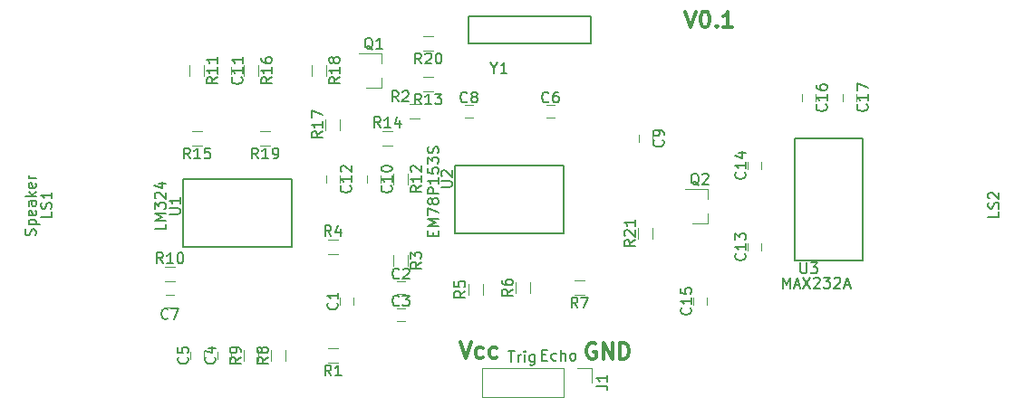
<source format=gbr>
G04 #@! TF.FileFunction,Legend,Top*
%FSLAX46Y46*%
G04 Gerber Fmt 4.6, Leading zero omitted, Abs format (unit mm)*
G04 Created by KiCad (PCBNEW 4.0.7) date Tuesday, October 17, 2017 'PMt' 03:20:21 PM*
%MOMM*%
%LPD*%
G01*
G04 APERTURE LIST*
%ADD10C,0.100000*%
%ADD11C,0.300000*%
%ADD12C,0.200000*%
%ADD13C,0.120000*%
%ADD14C,0.150000*%
G04 APERTURE END LIST*
D10*
D11*
X168795986Y-85906871D02*
X169295986Y-87406871D01*
X169795986Y-85906871D01*
X170581700Y-85906871D02*
X170724557Y-85906871D01*
X170867414Y-85978300D01*
X170938843Y-86049729D01*
X171010272Y-86192586D01*
X171081700Y-86478300D01*
X171081700Y-86835443D01*
X171010272Y-87121157D01*
X170938843Y-87264014D01*
X170867414Y-87335443D01*
X170724557Y-87406871D01*
X170581700Y-87406871D01*
X170438843Y-87335443D01*
X170367414Y-87264014D01*
X170295986Y-87121157D01*
X170224557Y-86835443D01*
X170224557Y-86478300D01*
X170295986Y-86192586D01*
X170367414Y-86049729D01*
X170438843Y-85978300D01*
X170581700Y-85906871D01*
X171724557Y-87264014D02*
X171795985Y-87335443D01*
X171724557Y-87406871D01*
X171653128Y-87335443D01*
X171724557Y-87264014D01*
X171724557Y-87406871D01*
X173224557Y-87406871D02*
X172367414Y-87406871D01*
X172795986Y-87406871D02*
X172795986Y-85906871D01*
X172653129Y-86121157D01*
X172510271Y-86264014D01*
X172367414Y-86335443D01*
X147782186Y-116844071D02*
X148282186Y-118344071D01*
X148782186Y-116844071D01*
X149925043Y-118272643D02*
X149782186Y-118344071D01*
X149496472Y-118344071D01*
X149353614Y-118272643D01*
X149282186Y-118201214D01*
X149210757Y-118058357D01*
X149210757Y-117629786D01*
X149282186Y-117486929D01*
X149353614Y-117415500D01*
X149496472Y-117344071D01*
X149782186Y-117344071D01*
X149925043Y-117415500D01*
X151210757Y-118272643D02*
X151067900Y-118344071D01*
X150782186Y-118344071D01*
X150639328Y-118272643D01*
X150567900Y-118201214D01*
X150496471Y-118058357D01*
X150496471Y-117629786D01*
X150567900Y-117486929D01*
X150639328Y-117415500D01*
X150782186Y-117344071D01*
X151067900Y-117344071D01*
X151210757Y-117415500D01*
D12*
X152282686Y-117702081D02*
X152854115Y-117702081D01*
X152568400Y-118702081D02*
X152568400Y-117702081D01*
X153187448Y-118702081D02*
X153187448Y-118035414D01*
X153187448Y-118225890D02*
X153235067Y-118130652D01*
X153282686Y-118083033D01*
X153377924Y-118035414D01*
X153473163Y-118035414D01*
X153806496Y-118702081D02*
X153806496Y-118035414D01*
X153806496Y-117702081D02*
X153758877Y-117749700D01*
X153806496Y-117797319D01*
X153854115Y-117749700D01*
X153806496Y-117702081D01*
X153806496Y-117797319D01*
X154711258Y-118035414D02*
X154711258Y-118844938D01*
X154663639Y-118940176D01*
X154616020Y-118987795D01*
X154520781Y-119035414D01*
X154377924Y-119035414D01*
X154282686Y-118987795D01*
X154711258Y-118654462D02*
X154616020Y-118702081D01*
X154425543Y-118702081D01*
X154330305Y-118654462D01*
X154282686Y-118606843D01*
X154235067Y-118511605D01*
X154235067Y-118225890D01*
X154282686Y-118130652D01*
X154330305Y-118083033D01*
X154425543Y-118035414D01*
X154616020Y-118035414D01*
X154711258Y-118083033D01*
X155437081Y-118063971D02*
X155770415Y-118063971D01*
X155913272Y-118587781D02*
X155437081Y-118587781D01*
X155437081Y-117587781D01*
X155913272Y-117587781D01*
X156770415Y-118540162D02*
X156675177Y-118587781D01*
X156484700Y-118587781D01*
X156389462Y-118540162D01*
X156341843Y-118492543D01*
X156294224Y-118397305D01*
X156294224Y-118111590D01*
X156341843Y-118016352D01*
X156389462Y-117968733D01*
X156484700Y-117921114D01*
X156675177Y-117921114D01*
X156770415Y-117968733D01*
X157198986Y-118587781D02*
X157198986Y-117587781D01*
X157627558Y-118587781D02*
X157627558Y-118063971D01*
X157579939Y-117968733D01*
X157484701Y-117921114D01*
X157341843Y-117921114D01*
X157246605Y-117968733D01*
X157198986Y-118016352D01*
X158246605Y-118587781D02*
X158151367Y-118540162D01*
X158103748Y-118492543D01*
X158056129Y-118397305D01*
X158056129Y-118111590D01*
X158103748Y-118016352D01*
X158151367Y-117968733D01*
X158246605Y-117921114D01*
X158389463Y-117921114D01*
X158484701Y-117968733D01*
X158532320Y-118016352D01*
X158579939Y-118111590D01*
X158579939Y-118397305D01*
X158532320Y-118492543D01*
X158484701Y-118540162D01*
X158389463Y-118587781D01*
X158246605Y-118587781D01*
D11*
X160426543Y-117029800D02*
X160283686Y-116958371D01*
X160069400Y-116958371D01*
X159855115Y-117029800D01*
X159712257Y-117172657D01*
X159640829Y-117315514D01*
X159569400Y-117601229D01*
X159569400Y-117815514D01*
X159640829Y-118101229D01*
X159712257Y-118244086D01*
X159855115Y-118386943D01*
X160069400Y-118458371D01*
X160212257Y-118458371D01*
X160426543Y-118386943D01*
X160497972Y-118315514D01*
X160497972Y-117815514D01*
X160212257Y-117815514D01*
X161140829Y-118458371D02*
X161140829Y-116958371D01*
X161997972Y-118458371D01*
X161997972Y-116958371D01*
X162712258Y-118458371D02*
X162712258Y-116958371D01*
X163069401Y-116958371D01*
X163283686Y-117029800D01*
X163426544Y-117172657D01*
X163497972Y-117315514D01*
X163569401Y-117601229D01*
X163569401Y-117815514D01*
X163497972Y-118101229D01*
X163426544Y-118244086D01*
X163283686Y-118386943D01*
X163069401Y-118458371D01*
X162712258Y-118458371D01*
D13*
X157480000Y-119320000D02*
X149800000Y-119320000D01*
X149800000Y-119320000D02*
X149800000Y-121980000D01*
X149800000Y-121980000D02*
X157480000Y-121980000D01*
X157480000Y-121980000D02*
X157480000Y-119320000D01*
X158750000Y-119320000D02*
X160080000Y-119320000D01*
X160080000Y-119320000D02*
X160080000Y-120650000D01*
X136560000Y-113380000D02*
X136560000Y-112680000D01*
X137760000Y-112680000D02*
X137760000Y-113380000D01*
X141890000Y-111160000D02*
X142590000Y-111160000D01*
X142590000Y-112360000D02*
X141890000Y-112360000D01*
X141890000Y-113700000D02*
X142590000Y-113700000D01*
X142590000Y-114900000D02*
X141890000Y-114900000D01*
X125130000Y-118460000D02*
X125130000Y-117760000D01*
X126330000Y-117760000D02*
X126330000Y-118460000D01*
X122590000Y-118460000D02*
X122590000Y-117760000D01*
X123790000Y-117760000D02*
X123790000Y-118460000D01*
X155860000Y-94650000D02*
X156560000Y-94650000D01*
X156560000Y-95850000D02*
X155860000Y-95850000D01*
X121000000Y-113630000D02*
X120300000Y-113630000D01*
X120300000Y-112430000D02*
X121000000Y-112430000D01*
X148240000Y-94650000D02*
X148940000Y-94650000D01*
X148940000Y-95850000D02*
X148240000Y-95850000D01*
X165700000Y-97440000D02*
X165700000Y-98140000D01*
X164500000Y-98140000D02*
X164500000Y-97440000D01*
X140300000Y-101250000D02*
X140300000Y-101950000D01*
X139100000Y-101950000D02*
X139100000Y-101250000D01*
X126330000Y-91090000D02*
X126330000Y-91790000D01*
X125130000Y-91790000D02*
X125130000Y-91090000D01*
X136490000Y-101250000D02*
X136490000Y-101950000D01*
X135290000Y-101950000D02*
X135290000Y-101250000D01*
X174660000Y-108300000D02*
X174660000Y-107600000D01*
X175860000Y-107600000D02*
X175860000Y-108300000D01*
X174660000Y-100680000D02*
X174660000Y-99980000D01*
X175860000Y-99980000D02*
X175860000Y-100680000D01*
X169580000Y-113380000D02*
X169580000Y-112680000D01*
X170780000Y-112680000D02*
X170780000Y-113380000D01*
X180940000Y-93630000D02*
X180940000Y-94330000D01*
X179740000Y-94330000D02*
X179740000Y-93630000D01*
X184750000Y-93630000D02*
X184750000Y-94330000D01*
X183550000Y-94330000D02*
X183550000Y-93630000D01*
X140460000Y-93020000D02*
X140460000Y-92090000D01*
X140460000Y-89860000D02*
X140460000Y-90790000D01*
X140460000Y-89860000D02*
X138300000Y-89860000D01*
X140460000Y-93020000D02*
X139000000Y-93020000D01*
X170940000Y-105720000D02*
X170940000Y-104790000D01*
X170940000Y-102560000D02*
X170940000Y-103490000D01*
X170940000Y-102560000D02*
X168780000Y-102560000D01*
X170940000Y-105720000D02*
X169480000Y-105720000D01*
X135390000Y-117430000D02*
X136390000Y-117430000D01*
X136390000Y-118790000D02*
X135390000Y-118790000D01*
X144010000Y-95930000D02*
X143010000Y-95930000D01*
X143010000Y-94570000D02*
X144010000Y-94570000D01*
X141560000Y-109720000D02*
X141560000Y-108720000D01*
X142920000Y-108720000D02*
X142920000Y-109720000D01*
X136390000Y-108630000D02*
X135390000Y-108630000D01*
X135390000Y-107270000D02*
X136390000Y-107270000D01*
X149905000Y-111430000D02*
X149905000Y-112430000D01*
X148545000Y-112430000D02*
X148545000Y-111430000D01*
X154350000Y-111260000D02*
X154350000Y-112260000D01*
X152990000Y-112260000D02*
X152990000Y-111260000D01*
X158420000Y-111080000D02*
X159420000Y-111080000D01*
X159420000Y-112440000D02*
X158420000Y-112440000D01*
X131490000Y-117610000D02*
X131490000Y-118610000D01*
X130130000Y-118610000D02*
X130130000Y-117610000D01*
X128950000Y-117610000D02*
X128950000Y-118610000D01*
X127590000Y-118610000D02*
X127590000Y-117610000D01*
X121150000Y-111170000D02*
X120150000Y-111170000D01*
X120150000Y-109810000D02*
X121150000Y-109810000D01*
X122510000Y-91940000D02*
X122510000Y-90940000D01*
X123870000Y-90940000D02*
X123870000Y-91940000D01*
X141560000Y-102100000D02*
X141560000Y-101100000D01*
X142920000Y-101100000D02*
X142920000Y-102100000D01*
X144280000Y-92030000D02*
X145280000Y-92030000D01*
X145280000Y-93390000D02*
X144280000Y-93390000D01*
X141470000Y-98470000D02*
X140470000Y-98470000D01*
X140470000Y-97110000D02*
X141470000Y-97110000D01*
X122690000Y-97110000D02*
X123690000Y-97110000D01*
X123690000Y-98470000D02*
X122690000Y-98470000D01*
X127590000Y-91940000D02*
X127590000Y-90940000D01*
X128950000Y-90940000D02*
X128950000Y-91940000D01*
X136570000Y-96020000D02*
X136570000Y-97020000D01*
X135210000Y-97020000D02*
X135210000Y-96020000D01*
X133940000Y-91940000D02*
X133940000Y-90940000D01*
X135300000Y-90940000D02*
X135300000Y-91940000D01*
X129040000Y-97110000D02*
X130040000Y-97110000D01*
X130040000Y-98470000D02*
X129040000Y-98470000D01*
X144280000Y-88220000D02*
X145280000Y-88220000D01*
X145280000Y-89580000D02*
X144280000Y-89580000D01*
X165780000Y-106180000D02*
X165780000Y-107180000D01*
X164420000Y-107180000D02*
X164420000Y-106180000D01*
D14*
X121920000Y-107950000D02*
X121920000Y-101600000D01*
X121920000Y-101600000D02*
X121920000Y-107950000D01*
X132080000Y-107950000D02*
X121920000Y-107950000D01*
X132080000Y-107950000D02*
X121920000Y-107950000D01*
X132080000Y-101600000D02*
X132080000Y-107950000D01*
X121920000Y-101600000D02*
X132080000Y-101600000D01*
X132080000Y-101600000D02*
X121920000Y-101600000D01*
X147320000Y-106680000D02*
X157480000Y-106680000D01*
X157480000Y-106680000D02*
X157480000Y-100330000D01*
X157480000Y-100330000D02*
X147320000Y-100330000D01*
X147320000Y-100330000D02*
X147320000Y-106680000D01*
X185420000Y-109220000D02*
X185420000Y-97790000D01*
X179070000Y-97790000D02*
X185420000Y-97790000D01*
X179070000Y-109220000D02*
X179070000Y-97790000D01*
X179070000Y-97790000D02*
X179070000Y-109220000D01*
X179070000Y-109220000D02*
X179070000Y-97790000D01*
X185420000Y-109220000D02*
X179070000Y-109220000D01*
X160020000Y-86360000D02*
X160020000Y-88900000D01*
X148590000Y-88900000D02*
X148590000Y-86360000D01*
X148590000Y-86360000D02*
X148590000Y-88900000D01*
X160020000Y-88900000D02*
X148590000Y-88900000D01*
X158750000Y-86360000D02*
X148590000Y-86360000D01*
X148590000Y-86360000D02*
X160020000Y-86360000D01*
X160020000Y-86360000D02*
X148590000Y-86360000D01*
X160532381Y-120983333D02*
X161246667Y-120983333D01*
X161389524Y-121030953D01*
X161484762Y-121126191D01*
X161532381Y-121269048D01*
X161532381Y-121364286D01*
X161532381Y-119983333D02*
X161532381Y-120554762D01*
X161532381Y-120269048D02*
X160532381Y-120269048D01*
X160675238Y-120364286D01*
X160770476Y-120459524D01*
X160818095Y-120554762D01*
X136267143Y-113196666D02*
X136314762Y-113244285D01*
X136362381Y-113387142D01*
X136362381Y-113482380D01*
X136314762Y-113625238D01*
X136219524Y-113720476D01*
X136124286Y-113768095D01*
X135933810Y-113815714D01*
X135790952Y-113815714D01*
X135600476Y-113768095D01*
X135505238Y-113720476D01*
X135410000Y-113625238D01*
X135362381Y-113482380D01*
X135362381Y-113387142D01*
X135410000Y-113244285D01*
X135457619Y-113196666D01*
X136362381Y-112244285D02*
X136362381Y-112815714D01*
X136362381Y-112530000D02*
X135362381Y-112530000D01*
X135505238Y-112625238D01*
X135600476Y-112720476D01*
X135648095Y-112815714D01*
X142073334Y-110867143D02*
X142025715Y-110914762D01*
X141882858Y-110962381D01*
X141787620Y-110962381D01*
X141644762Y-110914762D01*
X141549524Y-110819524D01*
X141501905Y-110724286D01*
X141454286Y-110533810D01*
X141454286Y-110390952D01*
X141501905Y-110200476D01*
X141549524Y-110105238D01*
X141644762Y-110010000D01*
X141787620Y-109962381D01*
X141882858Y-109962381D01*
X142025715Y-110010000D01*
X142073334Y-110057619D01*
X142454286Y-110057619D02*
X142501905Y-110010000D01*
X142597143Y-109962381D01*
X142835239Y-109962381D01*
X142930477Y-110010000D01*
X142978096Y-110057619D01*
X143025715Y-110152857D01*
X143025715Y-110248095D01*
X142978096Y-110390952D01*
X142406667Y-110962381D01*
X143025715Y-110962381D01*
X142073334Y-113407143D02*
X142025715Y-113454762D01*
X141882858Y-113502381D01*
X141787620Y-113502381D01*
X141644762Y-113454762D01*
X141549524Y-113359524D01*
X141501905Y-113264286D01*
X141454286Y-113073810D01*
X141454286Y-112930952D01*
X141501905Y-112740476D01*
X141549524Y-112645238D01*
X141644762Y-112550000D01*
X141787620Y-112502381D01*
X141882858Y-112502381D01*
X142025715Y-112550000D01*
X142073334Y-112597619D01*
X142406667Y-112502381D02*
X143025715Y-112502381D01*
X142692381Y-112883333D01*
X142835239Y-112883333D01*
X142930477Y-112930952D01*
X142978096Y-112978571D01*
X143025715Y-113073810D01*
X143025715Y-113311905D01*
X142978096Y-113407143D01*
X142930477Y-113454762D01*
X142835239Y-113502381D01*
X142549524Y-113502381D01*
X142454286Y-113454762D01*
X142406667Y-113407143D01*
X124837143Y-118276666D02*
X124884762Y-118324285D01*
X124932381Y-118467142D01*
X124932381Y-118562380D01*
X124884762Y-118705238D01*
X124789524Y-118800476D01*
X124694286Y-118848095D01*
X124503810Y-118895714D01*
X124360952Y-118895714D01*
X124170476Y-118848095D01*
X124075238Y-118800476D01*
X123980000Y-118705238D01*
X123932381Y-118562380D01*
X123932381Y-118467142D01*
X123980000Y-118324285D01*
X124027619Y-118276666D01*
X124265714Y-117419523D02*
X124932381Y-117419523D01*
X123884762Y-117657619D02*
X124599048Y-117895714D01*
X124599048Y-117276666D01*
X122297143Y-118276666D02*
X122344762Y-118324285D01*
X122392381Y-118467142D01*
X122392381Y-118562380D01*
X122344762Y-118705238D01*
X122249524Y-118800476D01*
X122154286Y-118848095D01*
X121963810Y-118895714D01*
X121820952Y-118895714D01*
X121630476Y-118848095D01*
X121535238Y-118800476D01*
X121440000Y-118705238D01*
X121392381Y-118562380D01*
X121392381Y-118467142D01*
X121440000Y-118324285D01*
X121487619Y-118276666D01*
X121392381Y-117371904D02*
X121392381Y-117848095D01*
X121868571Y-117895714D01*
X121820952Y-117848095D01*
X121773333Y-117752857D01*
X121773333Y-117514761D01*
X121820952Y-117419523D01*
X121868571Y-117371904D01*
X121963810Y-117324285D01*
X122201905Y-117324285D01*
X122297143Y-117371904D01*
X122344762Y-117419523D01*
X122392381Y-117514761D01*
X122392381Y-117752857D01*
X122344762Y-117848095D01*
X122297143Y-117895714D01*
X156043334Y-94357143D02*
X155995715Y-94404762D01*
X155852858Y-94452381D01*
X155757620Y-94452381D01*
X155614762Y-94404762D01*
X155519524Y-94309524D01*
X155471905Y-94214286D01*
X155424286Y-94023810D01*
X155424286Y-93880952D01*
X155471905Y-93690476D01*
X155519524Y-93595238D01*
X155614762Y-93500000D01*
X155757620Y-93452381D01*
X155852858Y-93452381D01*
X155995715Y-93500000D01*
X156043334Y-93547619D01*
X156900477Y-93452381D02*
X156710000Y-93452381D01*
X156614762Y-93500000D01*
X156567143Y-93547619D01*
X156471905Y-93690476D01*
X156424286Y-93880952D01*
X156424286Y-94261905D01*
X156471905Y-94357143D01*
X156519524Y-94404762D01*
X156614762Y-94452381D01*
X156805239Y-94452381D01*
X156900477Y-94404762D01*
X156948096Y-94357143D01*
X156995715Y-94261905D01*
X156995715Y-94023810D01*
X156948096Y-93928571D01*
X156900477Y-93880952D01*
X156805239Y-93833333D01*
X156614762Y-93833333D01*
X156519524Y-93880952D01*
X156471905Y-93928571D01*
X156424286Y-94023810D01*
X120483334Y-114637143D02*
X120435715Y-114684762D01*
X120292858Y-114732381D01*
X120197620Y-114732381D01*
X120054762Y-114684762D01*
X119959524Y-114589524D01*
X119911905Y-114494286D01*
X119864286Y-114303810D01*
X119864286Y-114160952D01*
X119911905Y-113970476D01*
X119959524Y-113875238D01*
X120054762Y-113780000D01*
X120197620Y-113732381D01*
X120292858Y-113732381D01*
X120435715Y-113780000D01*
X120483334Y-113827619D01*
X120816667Y-113732381D02*
X121483334Y-113732381D01*
X121054762Y-114732381D01*
X148423334Y-94357143D02*
X148375715Y-94404762D01*
X148232858Y-94452381D01*
X148137620Y-94452381D01*
X147994762Y-94404762D01*
X147899524Y-94309524D01*
X147851905Y-94214286D01*
X147804286Y-94023810D01*
X147804286Y-93880952D01*
X147851905Y-93690476D01*
X147899524Y-93595238D01*
X147994762Y-93500000D01*
X148137620Y-93452381D01*
X148232858Y-93452381D01*
X148375715Y-93500000D01*
X148423334Y-93547619D01*
X148994762Y-93880952D02*
X148899524Y-93833333D01*
X148851905Y-93785714D01*
X148804286Y-93690476D01*
X148804286Y-93642857D01*
X148851905Y-93547619D01*
X148899524Y-93500000D01*
X148994762Y-93452381D01*
X149185239Y-93452381D01*
X149280477Y-93500000D01*
X149328096Y-93547619D01*
X149375715Y-93642857D01*
X149375715Y-93690476D01*
X149328096Y-93785714D01*
X149280477Y-93833333D01*
X149185239Y-93880952D01*
X148994762Y-93880952D01*
X148899524Y-93928571D01*
X148851905Y-93976190D01*
X148804286Y-94071429D01*
X148804286Y-94261905D01*
X148851905Y-94357143D01*
X148899524Y-94404762D01*
X148994762Y-94452381D01*
X149185239Y-94452381D01*
X149280477Y-94404762D01*
X149328096Y-94357143D01*
X149375715Y-94261905D01*
X149375715Y-94071429D01*
X149328096Y-93976190D01*
X149280477Y-93928571D01*
X149185239Y-93880952D01*
X166707143Y-97956666D02*
X166754762Y-98004285D01*
X166802381Y-98147142D01*
X166802381Y-98242380D01*
X166754762Y-98385238D01*
X166659524Y-98480476D01*
X166564286Y-98528095D01*
X166373810Y-98575714D01*
X166230952Y-98575714D01*
X166040476Y-98528095D01*
X165945238Y-98480476D01*
X165850000Y-98385238D01*
X165802381Y-98242380D01*
X165802381Y-98147142D01*
X165850000Y-98004285D01*
X165897619Y-97956666D01*
X166802381Y-97480476D02*
X166802381Y-97290000D01*
X166754762Y-97194761D01*
X166707143Y-97147142D01*
X166564286Y-97051904D01*
X166373810Y-97004285D01*
X165992857Y-97004285D01*
X165897619Y-97051904D01*
X165850000Y-97099523D01*
X165802381Y-97194761D01*
X165802381Y-97385238D01*
X165850000Y-97480476D01*
X165897619Y-97528095D01*
X165992857Y-97575714D01*
X166230952Y-97575714D01*
X166326190Y-97528095D01*
X166373810Y-97480476D01*
X166421429Y-97385238D01*
X166421429Y-97194761D01*
X166373810Y-97099523D01*
X166326190Y-97051904D01*
X166230952Y-97004285D01*
X141307143Y-102242857D02*
X141354762Y-102290476D01*
X141402381Y-102433333D01*
X141402381Y-102528571D01*
X141354762Y-102671429D01*
X141259524Y-102766667D01*
X141164286Y-102814286D01*
X140973810Y-102861905D01*
X140830952Y-102861905D01*
X140640476Y-102814286D01*
X140545238Y-102766667D01*
X140450000Y-102671429D01*
X140402381Y-102528571D01*
X140402381Y-102433333D01*
X140450000Y-102290476D01*
X140497619Y-102242857D01*
X141402381Y-101290476D02*
X141402381Y-101861905D01*
X141402381Y-101576191D02*
X140402381Y-101576191D01*
X140545238Y-101671429D01*
X140640476Y-101766667D01*
X140688095Y-101861905D01*
X140402381Y-100671429D02*
X140402381Y-100576190D01*
X140450000Y-100480952D01*
X140497619Y-100433333D01*
X140592857Y-100385714D01*
X140783333Y-100338095D01*
X141021429Y-100338095D01*
X141211905Y-100385714D01*
X141307143Y-100433333D01*
X141354762Y-100480952D01*
X141402381Y-100576190D01*
X141402381Y-100671429D01*
X141354762Y-100766667D01*
X141307143Y-100814286D01*
X141211905Y-100861905D01*
X141021429Y-100909524D01*
X140783333Y-100909524D01*
X140592857Y-100861905D01*
X140497619Y-100814286D01*
X140450000Y-100766667D01*
X140402381Y-100671429D01*
X127337143Y-92082857D02*
X127384762Y-92130476D01*
X127432381Y-92273333D01*
X127432381Y-92368571D01*
X127384762Y-92511429D01*
X127289524Y-92606667D01*
X127194286Y-92654286D01*
X127003810Y-92701905D01*
X126860952Y-92701905D01*
X126670476Y-92654286D01*
X126575238Y-92606667D01*
X126480000Y-92511429D01*
X126432381Y-92368571D01*
X126432381Y-92273333D01*
X126480000Y-92130476D01*
X126527619Y-92082857D01*
X127432381Y-91130476D02*
X127432381Y-91701905D01*
X127432381Y-91416191D02*
X126432381Y-91416191D01*
X126575238Y-91511429D01*
X126670476Y-91606667D01*
X126718095Y-91701905D01*
X127432381Y-90178095D02*
X127432381Y-90749524D01*
X127432381Y-90463810D02*
X126432381Y-90463810D01*
X126575238Y-90559048D01*
X126670476Y-90654286D01*
X126718095Y-90749524D01*
X137497143Y-102242857D02*
X137544762Y-102290476D01*
X137592381Y-102433333D01*
X137592381Y-102528571D01*
X137544762Y-102671429D01*
X137449524Y-102766667D01*
X137354286Y-102814286D01*
X137163810Y-102861905D01*
X137020952Y-102861905D01*
X136830476Y-102814286D01*
X136735238Y-102766667D01*
X136640000Y-102671429D01*
X136592381Y-102528571D01*
X136592381Y-102433333D01*
X136640000Y-102290476D01*
X136687619Y-102242857D01*
X137592381Y-101290476D02*
X137592381Y-101861905D01*
X137592381Y-101576191D02*
X136592381Y-101576191D01*
X136735238Y-101671429D01*
X136830476Y-101766667D01*
X136878095Y-101861905D01*
X136687619Y-100909524D02*
X136640000Y-100861905D01*
X136592381Y-100766667D01*
X136592381Y-100528571D01*
X136640000Y-100433333D01*
X136687619Y-100385714D01*
X136782857Y-100338095D01*
X136878095Y-100338095D01*
X137020952Y-100385714D01*
X137592381Y-100957143D01*
X137592381Y-100338095D01*
X174367143Y-108592857D02*
X174414762Y-108640476D01*
X174462381Y-108783333D01*
X174462381Y-108878571D01*
X174414762Y-109021429D01*
X174319524Y-109116667D01*
X174224286Y-109164286D01*
X174033810Y-109211905D01*
X173890952Y-109211905D01*
X173700476Y-109164286D01*
X173605238Y-109116667D01*
X173510000Y-109021429D01*
X173462381Y-108878571D01*
X173462381Y-108783333D01*
X173510000Y-108640476D01*
X173557619Y-108592857D01*
X174462381Y-107640476D02*
X174462381Y-108211905D01*
X174462381Y-107926191D02*
X173462381Y-107926191D01*
X173605238Y-108021429D01*
X173700476Y-108116667D01*
X173748095Y-108211905D01*
X173462381Y-107307143D02*
X173462381Y-106688095D01*
X173843333Y-107021429D01*
X173843333Y-106878571D01*
X173890952Y-106783333D01*
X173938571Y-106735714D01*
X174033810Y-106688095D01*
X174271905Y-106688095D01*
X174367143Y-106735714D01*
X174414762Y-106783333D01*
X174462381Y-106878571D01*
X174462381Y-107164286D01*
X174414762Y-107259524D01*
X174367143Y-107307143D01*
X174367143Y-100972857D02*
X174414762Y-101020476D01*
X174462381Y-101163333D01*
X174462381Y-101258571D01*
X174414762Y-101401429D01*
X174319524Y-101496667D01*
X174224286Y-101544286D01*
X174033810Y-101591905D01*
X173890952Y-101591905D01*
X173700476Y-101544286D01*
X173605238Y-101496667D01*
X173510000Y-101401429D01*
X173462381Y-101258571D01*
X173462381Y-101163333D01*
X173510000Y-101020476D01*
X173557619Y-100972857D01*
X174462381Y-100020476D02*
X174462381Y-100591905D01*
X174462381Y-100306191D02*
X173462381Y-100306191D01*
X173605238Y-100401429D01*
X173700476Y-100496667D01*
X173748095Y-100591905D01*
X173795714Y-99163333D02*
X174462381Y-99163333D01*
X173414762Y-99401429D02*
X174129048Y-99639524D01*
X174129048Y-99020476D01*
X169287143Y-113672857D02*
X169334762Y-113720476D01*
X169382381Y-113863333D01*
X169382381Y-113958571D01*
X169334762Y-114101429D01*
X169239524Y-114196667D01*
X169144286Y-114244286D01*
X168953810Y-114291905D01*
X168810952Y-114291905D01*
X168620476Y-114244286D01*
X168525238Y-114196667D01*
X168430000Y-114101429D01*
X168382381Y-113958571D01*
X168382381Y-113863333D01*
X168430000Y-113720476D01*
X168477619Y-113672857D01*
X169382381Y-112720476D02*
X169382381Y-113291905D01*
X169382381Y-113006191D02*
X168382381Y-113006191D01*
X168525238Y-113101429D01*
X168620476Y-113196667D01*
X168668095Y-113291905D01*
X168382381Y-111815714D02*
X168382381Y-112291905D01*
X168858571Y-112339524D01*
X168810952Y-112291905D01*
X168763333Y-112196667D01*
X168763333Y-111958571D01*
X168810952Y-111863333D01*
X168858571Y-111815714D01*
X168953810Y-111768095D01*
X169191905Y-111768095D01*
X169287143Y-111815714D01*
X169334762Y-111863333D01*
X169382381Y-111958571D01*
X169382381Y-112196667D01*
X169334762Y-112291905D01*
X169287143Y-112339524D01*
X181947143Y-94622857D02*
X181994762Y-94670476D01*
X182042381Y-94813333D01*
X182042381Y-94908571D01*
X181994762Y-95051429D01*
X181899524Y-95146667D01*
X181804286Y-95194286D01*
X181613810Y-95241905D01*
X181470952Y-95241905D01*
X181280476Y-95194286D01*
X181185238Y-95146667D01*
X181090000Y-95051429D01*
X181042381Y-94908571D01*
X181042381Y-94813333D01*
X181090000Y-94670476D01*
X181137619Y-94622857D01*
X182042381Y-93670476D02*
X182042381Y-94241905D01*
X182042381Y-93956191D02*
X181042381Y-93956191D01*
X181185238Y-94051429D01*
X181280476Y-94146667D01*
X181328095Y-94241905D01*
X181042381Y-92813333D02*
X181042381Y-93003810D01*
X181090000Y-93099048D01*
X181137619Y-93146667D01*
X181280476Y-93241905D01*
X181470952Y-93289524D01*
X181851905Y-93289524D01*
X181947143Y-93241905D01*
X181994762Y-93194286D01*
X182042381Y-93099048D01*
X182042381Y-92908571D01*
X181994762Y-92813333D01*
X181947143Y-92765714D01*
X181851905Y-92718095D01*
X181613810Y-92718095D01*
X181518571Y-92765714D01*
X181470952Y-92813333D01*
X181423333Y-92908571D01*
X181423333Y-93099048D01*
X181470952Y-93194286D01*
X181518571Y-93241905D01*
X181613810Y-93289524D01*
X185757143Y-94622857D02*
X185804762Y-94670476D01*
X185852381Y-94813333D01*
X185852381Y-94908571D01*
X185804762Y-95051429D01*
X185709524Y-95146667D01*
X185614286Y-95194286D01*
X185423810Y-95241905D01*
X185280952Y-95241905D01*
X185090476Y-95194286D01*
X184995238Y-95146667D01*
X184900000Y-95051429D01*
X184852381Y-94908571D01*
X184852381Y-94813333D01*
X184900000Y-94670476D01*
X184947619Y-94622857D01*
X185852381Y-93670476D02*
X185852381Y-94241905D01*
X185852381Y-93956191D02*
X184852381Y-93956191D01*
X184995238Y-94051429D01*
X185090476Y-94146667D01*
X185138095Y-94241905D01*
X184852381Y-93337143D02*
X184852381Y-92670476D01*
X185852381Y-93099048D01*
X109608881Y-104655857D02*
X109608881Y-105132048D01*
X108608881Y-105132048D01*
X109561262Y-104370143D02*
X109608881Y-104227286D01*
X109608881Y-103989190D01*
X109561262Y-103893952D01*
X109513643Y-103846333D01*
X109418405Y-103798714D01*
X109323167Y-103798714D01*
X109227929Y-103846333D01*
X109180310Y-103893952D01*
X109132690Y-103989190D01*
X109085071Y-104179667D01*
X109037452Y-104274905D01*
X108989833Y-104322524D01*
X108894595Y-104370143D01*
X108799357Y-104370143D01*
X108704119Y-104322524D01*
X108656500Y-104274905D01*
X108608881Y-104179667D01*
X108608881Y-103941571D01*
X108656500Y-103798714D01*
X109608881Y-102846333D02*
X109608881Y-103417762D01*
X109608881Y-103132048D02*
X108608881Y-103132048D01*
X108751738Y-103227286D01*
X108846976Y-103322524D01*
X108894595Y-103417762D01*
X108088062Y-106876505D02*
X108135681Y-106733648D01*
X108135681Y-106495552D01*
X108088062Y-106400314D01*
X108040443Y-106352695D01*
X107945205Y-106305076D01*
X107849967Y-106305076D01*
X107754729Y-106352695D01*
X107707110Y-106400314D01*
X107659490Y-106495552D01*
X107611871Y-106686029D01*
X107564252Y-106781267D01*
X107516633Y-106828886D01*
X107421395Y-106876505D01*
X107326157Y-106876505D01*
X107230919Y-106828886D01*
X107183300Y-106781267D01*
X107135681Y-106686029D01*
X107135681Y-106447933D01*
X107183300Y-106305076D01*
X107469014Y-105876505D02*
X108469014Y-105876505D01*
X107516633Y-105876505D02*
X107469014Y-105781267D01*
X107469014Y-105590790D01*
X107516633Y-105495552D01*
X107564252Y-105447933D01*
X107659490Y-105400314D01*
X107945205Y-105400314D01*
X108040443Y-105447933D01*
X108088062Y-105495552D01*
X108135681Y-105590790D01*
X108135681Y-105781267D01*
X108088062Y-105876505D01*
X108088062Y-104590790D02*
X108135681Y-104686028D01*
X108135681Y-104876505D01*
X108088062Y-104971743D01*
X107992824Y-105019362D01*
X107611871Y-105019362D01*
X107516633Y-104971743D01*
X107469014Y-104876505D01*
X107469014Y-104686028D01*
X107516633Y-104590790D01*
X107611871Y-104543171D01*
X107707110Y-104543171D01*
X107802348Y-105019362D01*
X108135681Y-103686028D02*
X107611871Y-103686028D01*
X107516633Y-103733647D01*
X107469014Y-103828885D01*
X107469014Y-104019362D01*
X107516633Y-104114600D01*
X108088062Y-103686028D02*
X108135681Y-103781266D01*
X108135681Y-104019362D01*
X108088062Y-104114600D01*
X107992824Y-104162219D01*
X107897586Y-104162219D01*
X107802348Y-104114600D01*
X107754729Y-104019362D01*
X107754729Y-103781266D01*
X107707110Y-103686028D01*
X108135681Y-103209838D02*
X107135681Y-103209838D01*
X107754729Y-103114600D02*
X108135681Y-102828885D01*
X107469014Y-102828885D02*
X107849967Y-103209838D01*
X108088062Y-102019361D02*
X108135681Y-102114599D01*
X108135681Y-102305076D01*
X108088062Y-102400314D01*
X107992824Y-102447933D01*
X107611871Y-102447933D01*
X107516633Y-102400314D01*
X107469014Y-102305076D01*
X107469014Y-102114599D01*
X107516633Y-102019361D01*
X107611871Y-101971742D01*
X107707110Y-101971742D01*
X107802348Y-102447933D01*
X108135681Y-101543171D02*
X107469014Y-101543171D01*
X107659490Y-101543171D02*
X107564252Y-101495552D01*
X107516633Y-101447933D01*
X107469014Y-101352695D01*
X107469014Y-101257456D01*
X198102481Y-104655857D02*
X198102481Y-105132048D01*
X197102481Y-105132048D01*
X198054862Y-104370143D02*
X198102481Y-104227286D01*
X198102481Y-103989190D01*
X198054862Y-103893952D01*
X198007243Y-103846333D01*
X197912005Y-103798714D01*
X197816767Y-103798714D01*
X197721529Y-103846333D01*
X197673910Y-103893952D01*
X197626290Y-103989190D01*
X197578671Y-104179667D01*
X197531052Y-104274905D01*
X197483433Y-104322524D01*
X197388195Y-104370143D01*
X197292957Y-104370143D01*
X197197719Y-104322524D01*
X197150100Y-104274905D01*
X197102481Y-104179667D01*
X197102481Y-103941571D01*
X197150100Y-103798714D01*
X197197719Y-103417762D02*
X197150100Y-103370143D01*
X197102481Y-103274905D01*
X197102481Y-103036809D01*
X197150100Y-102941571D01*
X197197719Y-102893952D01*
X197292957Y-102846333D01*
X197388195Y-102846333D01*
X197531052Y-102893952D01*
X198102481Y-103465381D01*
X198102481Y-102846333D01*
X139604762Y-89487619D02*
X139509524Y-89440000D01*
X139414286Y-89344762D01*
X139271429Y-89201905D01*
X139176190Y-89154286D01*
X139080952Y-89154286D01*
X139128571Y-89392381D02*
X139033333Y-89344762D01*
X138938095Y-89249524D01*
X138890476Y-89059048D01*
X138890476Y-88725714D01*
X138938095Y-88535238D01*
X139033333Y-88440000D01*
X139128571Y-88392381D01*
X139319048Y-88392381D01*
X139414286Y-88440000D01*
X139509524Y-88535238D01*
X139557143Y-88725714D01*
X139557143Y-89059048D01*
X139509524Y-89249524D01*
X139414286Y-89344762D01*
X139319048Y-89392381D01*
X139128571Y-89392381D01*
X140509524Y-89392381D02*
X139938095Y-89392381D01*
X140223809Y-89392381D02*
X140223809Y-88392381D01*
X140128571Y-88535238D01*
X140033333Y-88630476D01*
X139938095Y-88678095D01*
X170084762Y-102187619D02*
X169989524Y-102140000D01*
X169894286Y-102044762D01*
X169751429Y-101901905D01*
X169656190Y-101854286D01*
X169560952Y-101854286D01*
X169608571Y-102092381D02*
X169513333Y-102044762D01*
X169418095Y-101949524D01*
X169370476Y-101759048D01*
X169370476Y-101425714D01*
X169418095Y-101235238D01*
X169513333Y-101140000D01*
X169608571Y-101092381D01*
X169799048Y-101092381D01*
X169894286Y-101140000D01*
X169989524Y-101235238D01*
X170037143Y-101425714D01*
X170037143Y-101759048D01*
X169989524Y-101949524D01*
X169894286Y-102044762D01*
X169799048Y-102092381D01*
X169608571Y-102092381D01*
X170418095Y-101187619D02*
X170465714Y-101140000D01*
X170560952Y-101092381D01*
X170799048Y-101092381D01*
X170894286Y-101140000D01*
X170941905Y-101187619D01*
X170989524Y-101282857D01*
X170989524Y-101378095D01*
X170941905Y-101520952D01*
X170370476Y-102092381D01*
X170989524Y-102092381D01*
X135723334Y-120012381D02*
X135390000Y-119536190D01*
X135151905Y-120012381D02*
X135151905Y-119012381D01*
X135532858Y-119012381D01*
X135628096Y-119060000D01*
X135675715Y-119107619D01*
X135723334Y-119202857D01*
X135723334Y-119345714D01*
X135675715Y-119440952D01*
X135628096Y-119488571D01*
X135532858Y-119536190D01*
X135151905Y-119536190D01*
X136675715Y-120012381D02*
X136104286Y-120012381D01*
X136390000Y-120012381D02*
X136390000Y-119012381D01*
X136294762Y-119155238D01*
X136199524Y-119250476D01*
X136104286Y-119298095D01*
X141997134Y-94356181D02*
X141663800Y-93879990D01*
X141425705Y-94356181D02*
X141425705Y-93356181D01*
X141806658Y-93356181D01*
X141901896Y-93403800D01*
X141949515Y-93451419D01*
X141997134Y-93546657D01*
X141997134Y-93689514D01*
X141949515Y-93784752D01*
X141901896Y-93832371D01*
X141806658Y-93879990D01*
X141425705Y-93879990D01*
X142378086Y-93451419D02*
X142425705Y-93403800D01*
X142520943Y-93356181D01*
X142759039Y-93356181D01*
X142854277Y-93403800D01*
X142901896Y-93451419D01*
X142949515Y-93546657D01*
X142949515Y-93641895D01*
X142901896Y-93784752D01*
X142330467Y-94356181D01*
X142949515Y-94356181D01*
X144142381Y-109386666D02*
X143666190Y-109720000D01*
X144142381Y-109958095D02*
X143142381Y-109958095D01*
X143142381Y-109577142D01*
X143190000Y-109481904D01*
X143237619Y-109434285D01*
X143332857Y-109386666D01*
X143475714Y-109386666D01*
X143570952Y-109434285D01*
X143618571Y-109481904D01*
X143666190Y-109577142D01*
X143666190Y-109958095D01*
X143142381Y-109053333D02*
X143142381Y-108434285D01*
X143523333Y-108767619D01*
X143523333Y-108624761D01*
X143570952Y-108529523D01*
X143618571Y-108481904D01*
X143713810Y-108434285D01*
X143951905Y-108434285D01*
X144047143Y-108481904D01*
X144094762Y-108529523D01*
X144142381Y-108624761D01*
X144142381Y-108910476D01*
X144094762Y-109005714D01*
X144047143Y-109053333D01*
X135723334Y-106952381D02*
X135390000Y-106476190D01*
X135151905Y-106952381D02*
X135151905Y-105952381D01*
X135532858Y-105952381D01*
X135628096Y-106000000D01*
X135675715Y-106047619D01*
X135723334Y-106142857D01*
X135723334Y-106285714D01*
X135675715Y-106380952D01*
X135628096Y-106428571D01*
X135532858Y-106476190D01*
X135151905Y-106476190D01*
X136580477Y-106285714D02*
X136580477Y-106952381D01*
X136342381Y-105904762D02*
X136104286Y-106619048D01*
X136723334Y-106619048D01*
X148227381Y-112096666D02*
X147751190Y-112430000D01*
X148227381Y-112668095D02*
X147227381Y-112668095D01*
X147227381Y-112287142D01*
X147275000Y-112191904D01*
X147322619Y-112144285D01*
X147417857Y-112096666D01*
X147560714Y-112096666D01*
X147655952Y-112144285D01*
X147703571Y-112191904D01*
X147751190Y-112287142D01*
X147751190Y-112668095D01*
X147227381Y-111191904D02*
X147227381Y-111668095D01*
X147703571Y-111715714D01*
X147655952Y-111668095D01*
X147608333Y-111572857D01*
X147608333Y-111334761D01*
X147655952Y-111239523D01*
X147703571Y-111191904D01*
X147798810Y-111144285D01*
X148036905Y-111144285D01*
X148132143Y-111191904D01*
X148179762Y-111239523D01*
X148227381Y-111334761D01*
X148227381Y-111572857D01*
X148179762Y-111668095D01*
X148132143Y-111715714D01*
X152672381Y-111926666D02*
X152196190Y-112260000D01*
X152672381Y-112498095D02*
X151672381Y-112498095D01*
X151672381Y-112117142D01*
X151720000Y-112021904D01*
X151767619Y-111974285D01*
X151862857Y-111926666D01*
X152005714Y-111926666D01*
X152100952Y-111974285D01*
X152148571Y-112021904D01*
X152196190Y-112117142D01*
X152196190Y-112498095D01*
X151672381Y-111069523D02*
X151672381Y-111260000D01*
X151720000Y-111355238D01*
X151767619Y-111402857D01*
X151910476Y-111498095D01*
X152100952Y-111545714D01*
X152481905Y-111545714D01*
X152577143Y-111498095D01*
X152624762Y-111450476D01*
X152672381Y-111355238D01*
X152672381Y-111164761D01*
X152624762Y-111069523D01*
X152577143Y-111021904D01*
X152481905Y-110974285D01*
X152243810Y-110974285D01*
X152148571Y-111021904D01*
X152100952Y-111069523D01*
X152053333Y-111164761D01*
X152053333Y-111355238D01*
X152100952Y-111450476D01*
X152148571Y-111498095D01*
X152243810Y-111545714D01*
X158753334Y-113662381D02*
X158420000Y-113186190D01*
X158181905Y-113662381D02*
X158181905Y-112662381D01*
X158562858Y-112662381D01*
X158658096Y-112710000D01*
X158705715Y-112757619D01*
X158753334Y-112852857D01*
X158753334Y-112995714D01*
X158705715Y-113090952D01*
X158658096Y-113138571D01*
X158562858Y-113186190D01*
X158181905Y-113186190D01*
X159086667Y-112662381D02*
X159753334Y-112662381D01*
X159324762Y-113662381D01*
X129812381Y-118276666D02*
X129336190Y-118610000D01*
X129812381Y-118848095D02*
X128812381Y-118848095D01*
X128812381Y-118467142D01*
X128860000Y-118371904D01*
X128907619Y-118324285D01*
X129002857Y-118276666D01*
X129145714Y-118276666D01*
X129240952Y-118324285D01*
X129288571Y-118371904D01*
X129336190Y-118467142D01*
X129336190Y-118848095D01*
X129240952Y-117705238D02*
X129193333Y-117800476D01*
X129145714Y-117848095D01*
X129050476Y-117895714D01*
X129002857Y-117895714D01*
X128907619Y-117848095D01*
X128860000Y-117800476D01*
X128812381Y-117705238D01*
X128812381Y-117514761D01*
X128860000Y-117419523D01*
X128907619Y-117371904D01*
X129002857Y-117324285D01*
X129050476Y-117324285D01*
X129145714Y-117371904D01*
X129193333Y-117419523D01*
X129240952Y-117514761D01*
X129240952Y-117705238D01*
X129288571Y-117800476D01*
X129336190Y-117848095D01*
X129431429Y-117895714D01*
X129621905Y-117895714D01*
X129717143Y-117848095D01*
X129764762Y-117800476D01*
X129812381Y-117705238D01*
X129812381Y-117514761D01*
X129764762Y-117419523D01*
X129717143Y-117371904D01*
X129621905Y-117324285D01*
X129431429Y-117324285D01*
X129336190Y-117371904D01*
X129288571Y-117419523D01*
X129240952Y-117514761D01*
X127272381Y-118276666D02*
X126796190Y-118610000D01*
X127272381Y-118848095D02*
X126272381Y-118848095D01*
X126272381Y-118467142D01*
X126320000Y-118371904D01*
X126367619Y-118324285D01*
X126462857Y-118276666D01*
X126605714Y-118276666D01*
X126700952Y-118324285D01*
X126748571Y-118371904D01*
X126796190Y-118467142D01*
X126796190Y-118848095D01*
X127272381Y-117800476D02*
X127272381Y-117610000D01*
X127224762Y-117514761D01*
X127177143Y-117467142D01*
X127034286Y-117371904D01*
X126843810Y-117324285D01*
X126462857Y-117324285D01*
X126367619Y-117371904D01*
X126320000Y-117419523D01*
X126272381Y-117514761D01*
X126272381Y-117705238D01*
X126320000Y-117800476D01*
X126367619Y-117848095D01*
X126462857Y-117895714D01*
X126700952Y-117895714D01*
X126796190Y-117848095D01*
X126843810Y-117800476D01*
X126891429Y-117705238D01*
X126891429Y-117514761D01*
X126843810Y-117419523D01*
X126796190Y-117371904D01*
X126700952Y-117324285D01*
X120007143Y-109492381D02*
X119673809Y-109016190D01*
X119435714Y-109492381D02*
X119435714Y-108492381D01*
X119816667Y-108492381D01*
X119911905Y-108540000D01*
X119959524Y-108587619D01*
X120007143Y-108682857D01*
X120007143Y-108825714D01*
X119959524Y-108920952D01*
X119911905Y-108968571D01*
X119816667Y-109016190D01*
X119435714Y-109016190D01*
X120959524Y-109492381D02*
X120388095Y-109492381D01*
X120673809Y-109492381D02*
X120673809Y-108492381D01*
X120578571Y-108635238D01*
X120483333Y-108730476D01*
X120388095Y-108778095D01*
X121578571Y-108492381D02*
X121673810Y-108492381D01*
X121769048Y-108540000D01*
X121816667Y-108587619D01*
X121864286Y-108682857D01*
X121911905Y-108873333D01*
X121911905Y-109111429D01*
X121864286Y-109301905D01*
X121816667Y-109397143D01*
X121769048Y-109444762D01*
X121673810Y-109492381D01*
X121578571Y-109492381D01*
X121483333Y-109444762D01*
X121435714Y-109397143D01*
X121388095Y-109301905D01*
X121340476Y-109111429D01*
X121340476Y-108873333D01*
X121388095Y-108682857D01*
X121435714Y-108587619D01*
X121483333Y-108540000D01*
X121578571Y-108492381D01*
X125092381Y-92082857D02*
X124616190Y-92416191D01*
X125092381Y-92654286D02*
X124092381Y-92654286D01*
X124092381Y-92273333D01*
X124140000Y-92178095D01*
X124187619Y-92130476D01*
X124282857Y-92082857D01*
X124425714Y-92082857D01*
X124520952Y-92130476D01*
X124568571Y-92178095D01*
X124616190Y-92273333D01*
X124616190Y-92654286D01*
X125092381Y-91130476D02*
X125092381Y-91701905D01*
X125092381Y-91416191D02*
X124092381Y-91416191D01*
X124235238Y-91511429D01*
X124330476Y-91606667D01*
X124378095Y-91701905D01*
X125092381Y-90178095D02*
X125092381Y-90749524D01*
X125092381Y-90463810D02*
X124092381Y-90463810D01*
X124235238Y-90559048D01*
X124330476Y-90654286D01*
X124378095Y-90749524D01*
X144142381Y-102242857D02*
X143666190Y-102576191D01*
X144142381Y-102814286D02*
X143142381Y-102814286D01*
X143142381Y-102433333D01*
X143190000Y-102338095D01*
X143237619Y-102290476D01*
X143332857Y-102242857D01*
X143475714Y-102242857D01*
X143570952Y-102290476D01*
X143618571Y-102338095D01*
X143666190Y-102433333D01*
X143666190Y-102814286D01*
X144142381Y-101290476D02*
X144142381Y-101861905D01*
X144142381Y-101576191D02*
X143142381Y-101576191D01*
X143285238Y-101671429D01*
X143380476Y-101766667D01*
X143428095Y-101861905D01*
X143237619Y-100909524D02*
X143190000Y-100861905D01*
X143142381Y-100766667D01*
X143142381Y-100528571D01*
X143190000Y-100433333D01*
X143237619Y-100385714D01*
X143332857Y-100338095D01*
X143428095Y-100338095D01*
X143570952Y-100385714D01*
X144142381Y-100957143D01*
X144142381Y-100338095D01*
X144137143Y-94612381D02*
X143803809Y-94136190D01*
X143565714Y-94612381D02*
X143565714Y-93612381D01*
X143946667Y-93612381D01*
X144041905Y-93660000D01*
X144089524Y-93707619D01*
X144137143Y-93802857D01*
X144137143Y-93945714D01*
X144089524Y-94040952D01*
X144041905Y-94088571D01*
X143946667Y-94136190D01*
X143565714Y-94136190D01*
X145089524Y-94612381D02*
X144518095Y-94612381D01*
X144803809Y-94612381D02*
X144803809Y-93612381D01*
X144708571Y-93755238D01*
X144613333Y-93850476D01*
X144518095Y-93898095D01*
X145422857Y-93612381D02*
X146041905Y-93612381D01*
X145708571Y-93993333D01*
X145851429Y-93993333D01*
X145946667Y-94040952D01*
X145994286Y-94088571D01*
X146041905Y-94183810D01*
X146041905Y-94421905D01*
X145994286Y-94517143D01*
X145946667Y-94564762D01*
X145851429Y-94612381D01*
X145565714Y-94612381D01*
X145470476Y-94564762D01*
X145422857Y-94517143D01*
X140327143Y-96792381D02*
X139993809Y-96316190D01*
X139755714Y-96792381D02*
X139755714Y-95792381D01*
X140136667Y-95792381D01*
X140231905Y-95840000D01*
X140279524Y-95887619D01*
X140327143Y-95982857D01*
X140327143Y-96125714D01*
X140279524Y-96220952D01*
X140231905Y-96268571D01*
X140136667Y-96316190D01*
X139755714Y-96316190D01*
X141279524Y-96792381D02*
X140708095Y-96792381D01*
X140993809Y-96792381D02*
X140993809Y-95792381D01*
X140898571Y-95935238D01*
X140803333Y-96030476D01*
X140708095Y-96078095D01*
X142136667Y-96125714D02*
X142136667Y-96792381D01*
X141898571Y-95744762D02*
X141660476Y-96459048D01*
X142279524Y-96459048D01*
X122547143Y-99692381D02*
X122213809Y-99216190D01*
X121975714Y-99692381D02*
X121975714Y-98692381D01*
X122356667Y-98692381D01*
X122451905Y-98740000D01*
X122499524Y-98787619D01*
X122547143Y-98882857D01*
X122547143Y-99025714D01*
X122499524Y-99120952D01*
X122451905Y-99168571D01*
X122356667Y-99216190D01*
X121975714Y-99216190D01*
X123499524Y-99692381D02*
X122928095Y-99692381D01*
X123213809Y-99692381D02*
X123213809Y-98692381D01*
X123118571Y-98835238D01*
X123023333Y-98930476D01*
X122928095Y-98978095D01*
X124404286Y-98692381D02*
X123928095Y-98692381D01*
X123880476Y-99168571D01*
X123928095Y-99120952D01*
X124023333Y-99073333D01*
X124261429Y-99073333D01*
X124356667Y-99120952D01*
X124404286Y-99168571D01*
X124451905Y-99263810D01*
X124451905Y-99501905D01*
X124404286Y-99597143D01*
X124356667Y-99644762D01*
X124261429Y-99692381D01*
X124023333Y-99692381D01*
X123928095Y-99644762D01*
X123880476Y-99597143D01*
X130172381Y-92082857D02*
X129696190Y-92416191D01*
X130172381Y-92654286D02*
X129172381Y-92654286D01*
X129172381Y-92273333D01*
X129220000Y-92178095D01*
X129267619Y-92130476D01*
X129362857Y-92082857D01*
X129505714Y-92082857D01*
X129600952Y-92130476D01*
X129648571Y-92178095D01*
X129696190Y-92273333D01*
X129696190Y-92654286D01*
X130172381Y-91130476D02*
X130172381Y-91701905D01*
X130172381Y-91416191D02*
X129172381Y-91416191D01*
X129315238Y-91511429D01*
X129410476Y-91606667D01*
X129458095Y-91701905D01*
X129172381Y-90273333D02*
X129172381Y-90463810D01*
X129220000Y-90559048D01*
X129267619Y-90606667D01*
X129410476Y-90701905D01*
X129600952Y-90749524D01*
X129981905Y-90749524D01*
X130077143Y-90701905D01*
X130124762Y-90654286D01*
X130172381Y-90559048D01*
X130172381Y-90368571D01*
X130124762Y-90273333D01*
X130077143Y-90225714D01*
X129981905Y-90178095D01*
X129743810Y-90178095D01*
X129648571Y-90225714D01*
X129600952Y-90273333D01*
X129553333Y-90368571D01*
X129553333Y-90559048D01*
X129600952Y-90654286D01*
X129648571Y-90701905D01*
X129743810Y-90749524D01*
X134892381Y-97162857D02*
X134416190Y-97496191D01*
X134892381Y-97734286D02*
X133892381Y-97734286D01*
X133892381Y-97353333D01*
X133940000Y-97258095D01*
X133987619Y-97210476D01*
X134082857Y-97162857D01*
X134225714Y-97162857D01*
X134320952Y-97210476D01*
X134368571Y-97258095D01*
X134416190Y-97353333D01*
X134416190Y-97734286D01*
X134892381Y-96210476D02*
X134892381Y-96781905D01*
X134892381Y-96496191D02*
X133892381Y-96496191D01*
X134035238Y-96591429D01*
X134130476Y-96686667D01*
X134178095Y-96781905D01*
X133892381Y-95877143D02*
X133892381Y-95210476D01*
X134892381Y-95639048D01*
X136522381Y-92082857D02*
X136046190Y-92416191D01*
X136522381Y-92654286D02*
X135522381Y-92654286D01*
X135522381Y-92273333D01*
X135570000Y-92178095D01*
X135617619Y-92130476D01*
X135712857Y-92082857D01*
X135855714Y-92082857D01*
X135950952Y-92130476D01*
X135998571Y-92178095D01*
X136046190Y-92273333D01*
X136046190Y-92654286D01*
X136522381Y-91130476D02*
X136522381Y-91701905D01*
X136522381Y-91416191D02*
X135522381Y-91416191D01*
X135665238Y-91511429D01*
X135760476Y-91606667D01*
X135808095Y-91701905D01*
X135950952Y-90559048D02*
X135903333Y-90654286D01*
X135855714Y-90701905D01*
X135760476Y-90749524D01*
X135712857Y-90749524D01*
X135617619Y-90701905D01*
X135570000Y-90654286D01*
X135522381Y-90559048D01*
X135522381Y-90368571D01*
X135570000Y-90273333D01*
X135617619Y-90225714D01*
X135712857Y-90178095D01*
X135760476Y-90178095D01*
X135855714Y-90225714D01*
X135903333Y-90273333D01*
X135950952Y-90368571D01*
X135950952Y-90559048D01*
X135998571Y-90654286D01*
X136046190Y-90701905D01*
X136141429Y-90749524D01*
X136331905Y-90749524D01*
X136427143Y-90701905D01*
X136474762Y-90654286D01*
X136522381Y-90559048D01*
X136522381Y-90368571D01*
X136474762Y-90273333D01*
X136427143Y-90225714D01*
X136331905Y-90178095D01*
X136141429Y-90178095D01*
X136046190Y-90225714D01*
X135998571Y-90273333D01*
X135950952Y-90368571D01*
X128897143Y-99692381D02*
X128563809Y-99216190D01*
X128325714Y-99692381D02*
X128325714Y-98692381D01*
X128706667Y-98692381D01*
X128801905Y-98740000D01*
X128849524Y-98787619D01*
X128897143Y-98882857D01*
X128897143Y-99025714D01*
X128849524Y-99120952D01*
X128801905Y-99168571D01*
X128706667Y-99216190D01*
X128325714Y-99216190D01*
X129849524Y-99692381D02*
X129278095Y-99692381D01*
X129563809Y-99692381D02*
X129563809Y-98692381D01*
X129468571Y-98835238D01*
X129373333Y-98930476D01*
X129278095Y-98978095D01*
X130325714Y-99692381D02*
X130516190Y-99692381D01*
X130611429Y-99644762D01*
X130659048Y-99597143D01*
X130754286Y-99454286D01*
X130801905Y-99263810D01*
X130801905Y-98882857D01*
X130754286Y-98787619D01*
X130706667Y-98740000D01*
X130611429Y-98692381D01*
X130420952Y-98692381D01*
X130325714Y-98740000D01*
X130278095Y-98787619D01*
X130230476Y-98882857D01*
X130230476Y-99120952D01*
X130278095Y-99216190D01*
X130325714Y-99263810D01*
X130420952Y-99311429D01*
X130611429Y-99311429D01*
X130706667Y-99263810D01*
X130754286Y-99216190D01*
X130801905Y-99120952D01*
X144137143Y-90802381D02*
X143803809Y-90326190D01*
X143565714Y-90802381D02*
X143565714Y-89802381D01*
X143946667Y-89802381D01*
X144041905Y-89850000D01*
X144089524Y-89897619D01*
X144137143Y-89992857D01*
X144137143Y-90135714D01*
X144089524Y-90230952D01*
X144041905Y-90278571D01*
X143946667Y-90326190D01*
X143565714Y-90326190D01*
X144518095Y-89897619D02*
X144565714Y-89850000D01*
X144660952Y-89802381D01*
X144899048Y-89802381D01*
X144994286Y-89850000D01*
X145041905Y-89897619D01*
X145089524Y-89992857D01*
X145089524Y-90088095D01*
X145041905Y-90230952D01*
X144470476Y-90802381D01*
X145089524Y-90802381D01*
X145708571Y-89802381D02*
X145803810Y-89802381D01*
X145899048Y-89850000D01*
X145946667Y-89897619D01*
X145994286Y-89992857D01*
X146041905Y-90183333D01*
X146041905Y-90421429D01*
X145994286Y-90611905D01*
X145946667Y-90707143D01*
X145899048Y-90754762D01*
X145803810Y-90802381D01*
X145708571Y-90802381D01*
X145613333Y-90754762D01*
X145565714Y-90707143D01*
X145518095Y-90611905D01*
X145470476Y-90421429D01*
X145470476Y-90183333D01*
X145518095Y-89992857D01*
X145565714Y-89897619D01*
X145613333Y-89850000D01*
X145708571Y-89802381D01*
X164102381Y-107322857D02*
X163626190Y-107656191D01*
X164102381Y-107894286D02*
X163102381Y-107894286D01*
X163102381Y-107513333D01*
X163150000Y-107418095D01*
X163197619Y-107370476D01*
X163292857Y-107322857D01*
X163435714Y-107322857D01*
X163530952Y-107370476D01*
X163578571Y-107418095D01*
X163626190Y-107513333D01*
X163626190Y-107894286D01*
X163197619Y-106941905D02*
X163150000Y-106894286D01*
X163102381Y-106799048D01*
X163102381Y-106560952D01*
X163150000Y-106465714D01*
X163197619Y-106418095D01*
X163292857Y-106370476D01*
X163388095Y-106370476D01*
X163530952Y-106418095D01*
X164102381Y-106989524D01*
X164102381Y-106370476D01*
X164102381Y-105418095D02*
X164102381Y-105989524D01*
X164102381Y-105703810D02*
X163102381Y-105703810D01*
X163245238Y-105799048D01*
X163340476Y-105894286D01*
X163388095Y-105989524D01*
X120602381Y-104901905D02*
X121411905Y-104901905D01*
X121507143Y-104854286D01*
X121554762Y-104806667D01*
X121602381Y-104711429D01*
X121602381Y-104520952D01*
X121554762Y-104425714D01*
X121507143Y-104378095D01*
X121411905Y-104330476D01*
X120602381Y-104330476D01*
X121602381Y-103330476D02*
X121602381Y-103901905D01*
X121602381Y-103616191D02*
X120602381Y-103616191D01*
X120745238Y-103711429D01*
X120840476Y-103806667D01*
X120888095Y-103901905D01*
X120238781Y-105805076D02*
X120238781Y-106281267D01*
X119238781Y-106281267D01*
X120238781Y-105471743D02*
X119238781Y-105471743D01*
X119953067Y-105138409D01*
X119238781Y-104805076D01*
X120238781Y-104805076D01*
X119238781Y-104424124D02*
X119238781Y-103805076D01*
X119619733Y-104138410D01*
X119619733Y-103995552D01*
X119667352Y-103900314D01*
X119714971Y-103852695D01*
X119810210Y-103805076D01*
X120048305Y-103805076D01*
X120143543Y-103852695D01*
X120191162Y-103900314D01*
X120238781Y-103995552D01*
X120238781Y-104281267D01*
X120191162Y-104376505D01*
X120143543Y-104424124D01*
X119334019Y-103424124D02*
X119286400Y-103376505D01*
X119238781Y-103281267D01*
X119238781Y-103043171D01*
X119286400Y-102947933D01*
X119334019Y-102900314D01*
X119429257Y-102852695D01*
X119524495Y-102852695D01*
X119667352Y-102900314D01*
X120238781Y-103471743D01*
X120238781Y-102852695D01*
X119572114Y-101995552D02*
X120238781Y-101995552D01*
X119191162Y-102233648D02*
X119905448Y-102471743D01*
X119905448Y-101852695D01*
X146002381Y-102361905D02*
X146811905Y-102361905D01*
X146907143Y-102314286D01*
X146954762Y-102266667D01*
X147002381Y-102171429D01*
X147002381Y-101980952D01*
X146954762Y-101885714D01*
X146907143Y-101838095D01*
X146811905Y-101790476D01*
X146002381Y-101790476D01*
X146097619Y-101361905D02*
X146050000Y-101314286D01*
X146002381Y-101219048D01*
X146002381Y-100980952D01*
X146050000Y-100885714D01*
X146097619Y-100838095D01*
X146192857Y-100790476D01*
X146288095Y-100790476D01*
X146430952Y-100838095D01*
X147002381Y-101409524D01*
X147002381Y-100790476D01*
X145229271Y-106936657D02*
X145229271Y-106603323D01*
X145753081Y-106460466D02*
X145753081Y-106936657D01*
X144753081Y-106936657D01*
X144753081Y-106460466D01*
X145753081Y-106031895D02*
X144753081Y-106031895D01*
X145467367Y-105698561D01*
X144753081Y-105365228D01*
X145753081Y-105365228D01*
X144753081Y-104984276D02*
X144753081Y-104317609D01*
X145753081Y-104746181D01*
X145181652Y-103793800D02*
X145134033Y-103889038D01*
X145086414Y-103936657D01*
X144991176Y-103984276D01*
X144943557Y-103984276D01*
X144848319Y-103936657D01*
X144800700Y-103889038D01*
X144753081Y-103793800D01*
X144753081Y-103603323D01*
X144800700Y-103508085D01*
X144848319Y-103460466D01*
X144943557Y-103412847D01*
X144991176Y-103412847D01*
X145086414Y-103460466D01*
X145134033Y-103508085D01*
X145181652Y-103603323D01*
X145181652Y-103793800D01*
X145229271Y-103889038D01*
X145276890Y-103936657D01*
X145372129Y-103984276D01*
X145562605Y-103984276D01*
X145657843Y-103936657D01*
X145705462Y-103889038D01*
X145753081Y-103793800D01*
X145753081Y-103603323D01*
X145705462Y-103508085D01*
X145657843Y-103460466D01*
X145562605Y-103412847D01*
X145372129Y-103412847D01*
X145276890Y-103460466D01*
X145229271Y-103508085D01*
X145181652Y-103603323D01*
X145753081Y-102984276D02*
X144753081Y-102984276D01*
X144753081Y-102603323D01*
X144800700Y-102508085D01*
X144848319Y-102460466D01*
X144943557Y-102412847D01*
X145086414Y-102412847D01*
X145181652Y-102460466D01*
X145229271Y-102508085D01*
X145276890Y-102603323D01*
X145276890Y-102984276D01*
X145753081Y-101460466D02*
X145753081Y-102031895D01*
X145753081Y-101746181D02*
X144753081Y-101746181D01*
X144895938Y-101841419D01*
X144991176Y-101936657D01*
X145038795Y-102031895D01*
X144753081Y-100555704D02*
X144753081Y-101031895D01*
X145229271Y-101079514D01*
X145181652Y-101031895D01*
X145134033Y-100936657D01*
X145134033Y-100698561D01*
X145181652Y-100603323D01*
X145229271Y-100555704D01*
X145324510Y-100508085D01*
X145562605Y-100508085D01*
X145657843Y-100555704D01*
X145705462Y-100603323D01*
X145753081Y-100698561D01*
X145753081Y-100936657D01*
X145705462Y-101031895D01*
X145657843Y-101079514D01*
X144753081Y-100174752D02*
X144753081Y-99555704D01*
X145134033Y-99889038D01*
X145134033Y-99746180D01*
X145181652Y-99650942D01*
X145229271Y-99603323D01*
X145324510Y-99555704D01*
X145562605Y-99555704D01*
X145657843Y-99603323D01*
X145705462Y-99650942D01*
X145753081Y-99746180D01*
X145753081Y-100031895D01*
X145705462Y-100127133D01*
X145657843Y-100174752D01*
X145705462Y-99174752D02*
X145753081Y-99031895D01*
X145753081Y-98793799D01*
X145705462Y-98698561D01*
X145657843Y-98650942D01*
X145562605Y-98603323D01*
X145467367Y-98603323D01*
X145372129Y-98650942D01*
X145324510Y-98698561D01*
X145276890Y-98793799D01*
X145229271Y-98984276D01*
X145181652Y-99079514D01*
X145134033Y-99127133D01*
X145038795Y-99174752D01*
X144943557Y-99174752D01*
X144848319Y-99127133D01*
X144800700Y-99079514D01*
X144753081Y-98984276D01*
X144753081Y-98746180D01*
X144800700Y-98603323D01*
X179578095Y-109442381D02*
X179578095Y-110251905D01*
X179625714Y-110347143D01*
X179673333Y-110394762D01*
X179768571Y-110442381D01*
X179959048Y-110442381D01*
X180054286Y-110394762D01*
X180101905Y-110347143D01*
X180149524Y-110251905D01*
X180149524Y-109442381D01*
X180530476Y-109442381D02*
X181149524Y-109442381D01*
X180816190Y-109823333D01*
X180959048Y-109823333D01*
X181054286Y-109870952D01*
X181101905Y-109918571D01*
X181149524Y-110013810D01*
X181149524Y-110251905D01*
X181101905Y-110347143D01*
X181054286Y-110394762D01*
X180959048Y-110442381D01*
X180673333Y-110442381D01*
X180578095Y-110394762D01*
X180530476Y-110347143D01*
X177917862Y-111818681D02*
X177917862Y-110818681D01*
X178251196Y-111532967D01*
X178584529Y-110818681D01*
X178584529Y-111818681D01*
X179013100Y-111532967D02*
X179489291Y-111532967D01*
X178917862Y-111818681D02*
X179251195Y-110818681D01*
X179584529Y-111818681D01*
X179822624Y-110818681D02*
X180489291Y-111818681D01*
X180489291Y-110818681D02*
X179822624Y-111818681D01*
X180822624Y-110913919D02*
X180870243Y-110866300D01*
X180965481Y-110818681D01*
X181203577Y-110818681D01*
X181298815Y-110866300D01*
X181346434Y-110913919D01*
X181394053Y-111009157D01*
X181394053Y-111104395D01*
X181346434Y-111247252D01*
X180775005Y-111818681D01*
X181394053Y-111818681D01*
X181727386Y-110818681D02*
X182346434Y-110818681D01*
X182013100Y-111199633D01*
X182155958Y-111199633D01*
X182251196Y-111247252D01*
X182298815Y-111294871D01*
X182346434Y-111390110D01*
X182346434Y-111628205D01*
X182298815Y-111723443D01*
X182251196Y-111771062D01*
X182155958Y-111818681D01*
X181870243Y-111818681D01*
X181775005Y-111771062D01*
X181727386Y-111723443D01*
X182727386Y-110913919D02*
X182775005Y-110866300D01*
X182870243Y-110818681D01*
X183108339Y-110818681D01*
X183203577Y-110866300D01*
X183251196Y-110913919D01*
X183298815Y-111009157D01*
X183298815Y-111104395D01*
X183251196Y-111247252D01*
X182679767Y-111818681D01*
X183298815Y-111818681D01*
X183679767Y-111532967D02*
X184155958Y-111532967D01*
X183584529Y-111818681D02*
X183917862Y-110818681D01*
X184251196Y-111818681D01*
X150953809Y-91206190D02*
X150953809Y-91682381D01*
X150620476Y-90682381D02*
X150953809Y-91206190D01*
X151287143Y-90682381D01*
X152144286Y-91682381D02*
X151572857Y-91682381D01*
X151858571Y-91682381D02*
X151858571Y-90682381D01*
X151763333Y-90825238D01*
X151668095Y-90920476D01*
X151572857Y-90968095D01*
M02*

</source>
